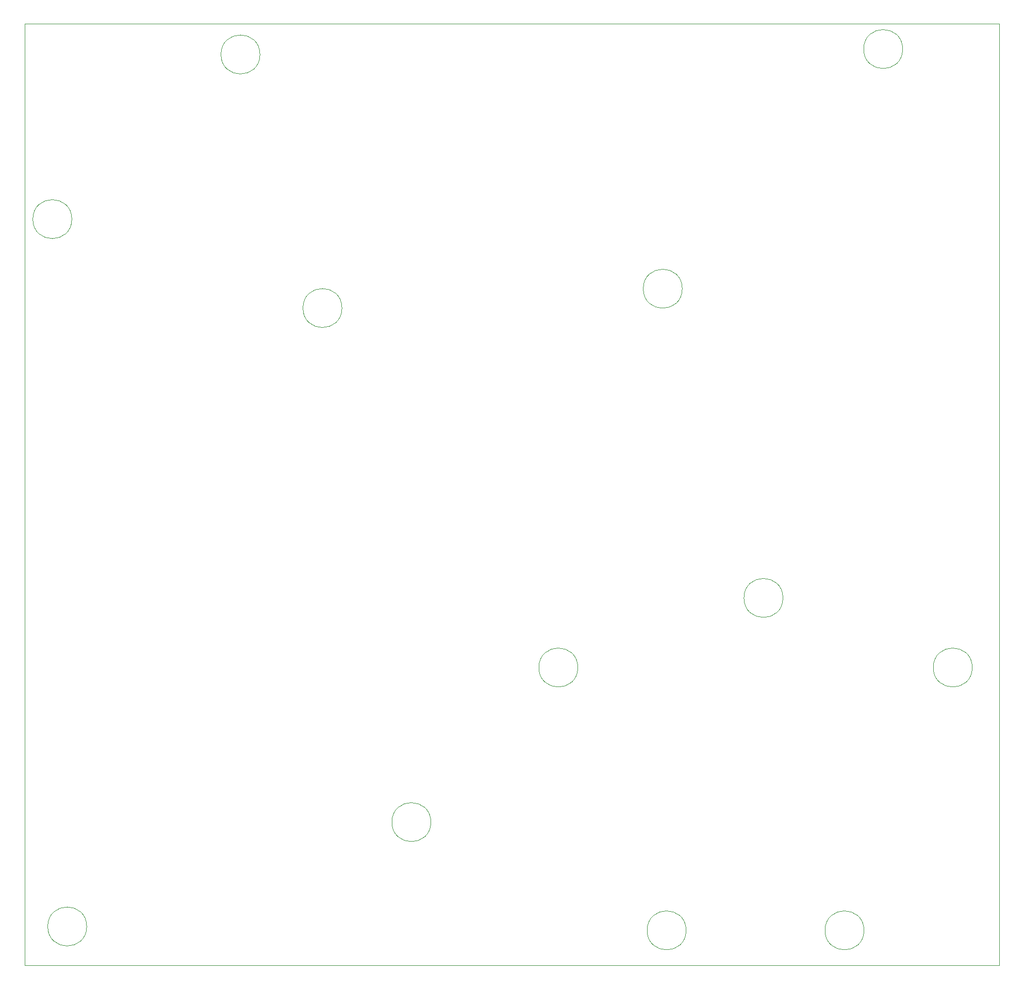
<source format=gbr>
%TF.GenerationSoftware,KiCad,Pcbnew,(6.0.5)*%
%TF.CreationDate,2023-01-24T13:05:23+01:00*%
%TF.ProjectId,Panel,50616e65-6c2e-46b6-9963-61645f706362,rev?*%
%TF.SameCoordinates,Original*%
%TF.FileFunction,Profile,NP*%
%FSLAX46Y46*%
G04 Gerber Fmt 4.6, Leading zero omitted, Abs format (unit mm)*
G04 Created by KiCad (PCBNEW (6.0.5)) date 2023-01-24 13:05:23*
%MOMM*%
%LPD*%
G01*
G04 APERTURE LIST*
%TA.AperFunction,Profile*%
%ADD10C,0.100000*%
%TD*%
G04 APERTURE END LIST*
D10*
X81052562Y-145796000D02*
G75*
G03*
X81052562Y-145796000I-3201562J0D01*
G01*
X52985562Y-19685000D02*
G75*
G03*
X52985562Y-19685000I-3201562J0D01*
G01*
X24537562Y-162941000D02*
G75*
G03*
X24537562Y-162941000I-3201562J0D01*
G01*
X22092562Y-46736000D02*
G75*
G03*
X22092562Y-46736000I-3201562J0D01*
G01*
X122962562Y-163576000D02*
G75*
G03*
X122962562Y-163576000I-3201562J0D01*
G01*
X66447562Y-61341000D02*
G75*
G03*
X66447562Y-61341000I-3201562J0D01*
G01*
X122327562Y-58166000D02*
G75*
G03*
X122327562Y-58166000I-3201562J0D01*
G01*
X152172562Y-163576000D02*
G75*
G03*
X152172562Y-163576000I-3201562J0D01*
G01*
X105182562Y-120396000D02*
G75*
G03*
X105182562Y-120396000I-3201562J0D01*
G01*
X169952562Y-120396000D02*
G75*
G03*
X169952562Y-120396000I-3201562J0D01*
G01*
X158522562Y-18796000D02*
G75*
G03*
X158522562Y-18796000I-3201562J0D01*
G01*
X138864124Y-108966000D02*
G75*
G03*
X138864124Y-108966000I-3201562J0D01*
G01*
X174371000Y-169291000D02*
X14351000Y-169291000D01*
X14351000Y-169291000D02*
X14351000Y-14605000D01*
X14351000Y-14605000D02*
X174371000Y-14605000D01*
X174371000Y-14605000D02*
X174371000Y-169291000D01*
M02*

</source>
